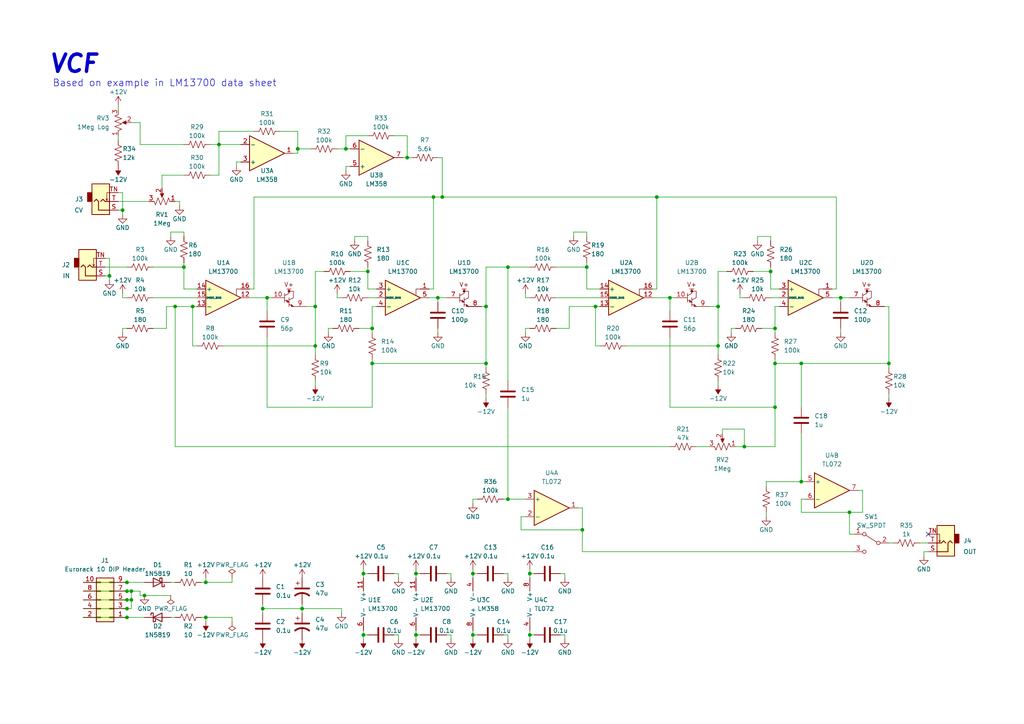
<source format=kicad_sch>
(kicad_sch (version 20211123) (generator eeschema)
  (paper "A4")
  (title_block (title "VCF") (date "2022-10-30") (rev "0.1") (company "Josh Turnipseed"))
  (junction (at 87.63 176.53))
  (junction (at 118.11 45.72))
  (junction (at 107.95 105.41))
  (junction (at 215.9 129.54))
  (junction (at 63.5 41.91))
  (junction (at 36.83 176.53))
  (junction (at 35.56 60.96))
  (junction (at 55.88 88.9))
  (junction (at 31.75 80.01))
  (junction (at 257.81 105.41))
  (junction (at 91.44 88.9))
  (junction (at 36.83 171.45))
  (junction (at 36.83 179.07))
  (junction (at 243.84 86.36))
  (junction (at 77.47 86.36))
  (junction (at 224.79 105.41))
  (junction (at 36.83 173.99))
  (junction (at 140.97 105.41))
  (junction (at 153.67 184.15))
  (junction (at 246.38 148.59))
  (junction (at 137.16 166.37))
  (junction (at 100.33 43.18))
  (junction (at 106.68 78.74))
  (junction (at 59.69 179.07))
  (junction (at 172.72 88.9))
  (junction (at 232.41 139.7))
  (junction (at 120.65 184.15))
  (junction (at 223.52 78.74))
  (junction (at 120.65 166.37))
  (junction (at 208.28 88.9))
  (junction (at 38.1 171.45))
  (junction (at 224.79 118.11))
  (junction (at 86.36 43.18))
  (junction (at 36.83 168.91))
  (junction (at 194.31 86.36))
  (junction (at 127 86.36))
  (junction (at 76.2 176.53))
  (junction (at 59.69 168.91))
  (junction (at 91.44 100.33))
  (junction (at 147.32 77.47))
  (junction (at 153.67 166.37))
  (junction (at 105.41 184.15))
  (junction (at 105.41 166.37))
  (junction (at 125.73 57.15))
  (junction (at 232.41 105.41))
  (junction (at 190.5 57.15))
  (junction (at 140.97 88.9))
  (junction (at 38.1 173.99))
  (junction (at 170.18 77.47))
  (junction (at 208.28 100.33))
  (junction (at 53.34 77.47))
  (junction (at 147.32 144.78))
  (junction (at 224.79 95.25))
  (junction (at 137.16 184.15))
  (junction (at 107.95 95.25))
  (junction (at 50.8 88.9))
  (junction (at 168.91 153.67))
  (junction (at 41.91 172.72))
  (junction (at 128.27 57.15))
  (no_connect (at 269.24 154.94))
  (wire (pts (xy 147.32 184.15) (xy 147.32 185.42)))
  (wire (pts (xy 95.25 95.25) (xy 95.25 96.52)))
  (wire (pts (xy 63.5 38.1) (xy 63.5 41.91)))
  (wire (pts (xy 87.63 175.26) (xy 87.63 176.53)))
  (wire (pts (xy 190.5 57.15) (xy 242.57 57.15)))
  (wire (pts (xy 40.64 35.56) (xy 40.64 41.91)))
  (wire (pts (xy 153.67 95.25) (xy 152.4 95.25)))
  (wire (pts (xy 232.41 125.73) (xy 232.41 139.7)))
  (wire (pts (xy 233.68 144.78) (xy 232.41 144.78)))
  (wire (pts (xy 76.2 176.53) (xy 76.2 177.8)))
  (wire (pts (xy 137.16 184.15) (xy 137.16 185.42)))
  (wire (pts (xy 30.48 74.93) (xy 31.75 74.93)))
  (wire (pts (xy 102.87 68.58) (xy 102.87 69.85)))
  (wire (pts (xy 63.5 41.91) (xy 69.85 41.91)))
  (wire (pts (xy 209.55 125.73) (xy 209.55 124.46)))
  (wire (pts (xy 213.36 129.54) (xy 215.9 129.54)))
  (wire (pts (xy 115.57 166.37) (xy 115.57 167.64)))
  (wire (pts (xy 67.31 167.64) (xy 67.31 168.91)))
  (wire (pts (xy 120.65 182.88) (xy 120.65 184.15)))
  (wire (pts (xy 38.1 171.45) (xy 40.64 171.45)))
  (wire (pts (xy 105.41 166.37) (xy 106.68 166.37)))
  (wire (pts (xy 170.18 77.47) (xy 161.29 77.47)))
  (wire (pts (xy 34.29 39.37) (xy 34.29 40.64)))
  (wire (pts (xy 250.19 148.59) (xy 250.19 142.24)))
  (wire (pts (xy 101.6 48.26) (xy 100.33 48.26)))
  (wire (pts (xy 91.44 110.49) (xy 91.44 111.76)))
  (wire (pts (xy 153.67 184.15) (xy 153.67 185.42)))
  (wire (pts (xy 243.84 86.36) (xy 243.84 87.63)))
  (wire (pts (xy 99.06 176.53) (xy 87.63 176.53)))
  (wire (pts (xy 165.1 95.25) (xy 161.29 95.25)))
  (wire (pts (xy 224.79 95.25) (xy 220.98 95.25)))
  (wire (pts (xy 120.65 184.15) (xy 120.65 185.42)))
  (wire (pts (xy 241.3 86.36) (xy 243.84 86.36)))
  (wire (pts (xy 232.41 148.59) (xy 246.38 148.59)))
  (wire (pts (xy 120.65 165.1) (xy 120.65 166.37)))
  (wire (pts (xy 266.7 157.48) (xy 269.24 157.48)))
  (wire (pts (xy 59.69 168.91) (xy 67.31 168.91)))
  (wire (pts (xy 153.67 165.1) (xy 153.67 166.37)))
  (wire (pts (xy 190.5 83.82) (xy 190.5 57.15)))
  (wire (pts (xy 116.84 45.72) (xy 118.11 45.72)))
  (wire (pts (xy 214.63 86.36) (xy 215.9 86.36)))
  (wire (pts (xy 232.41 105.41) (xy 257.81 105.41)))
  (wire (pts (xy 64.77 100.33) (xy 91.44 100.33)))
  (wire (pts (xy 86.36 43.18) (xy 86.36 38.1)))
  (wire (pts (xy 52.07 58.42) (xy 52.07 59.69)))
  (wire (pts (xy 140.97 114.3) (xy 140.97 115.57)))
  (wire (pts (xy 223.52 83.82) (xy 226.06 83.82)))
  (wire (pts (xy 36.83 86.36) (xy 35.56 86.36)))
  (wire (pts (xy 91.44 88.9) (xy 91.44 100.33)))
  (wire (pts (xy 77.47 86.36) (xy 78.74 86.36)))
  (wire (pts (xy 224.79 118.11) (xy 224.79 105.41)))
  (wire (pts (xy 48.26 95.25) (xy 44.45 95.25)))
  (wire (pts (xy 140.97 77.47) (xy 147.32 77.47)))
  (wire (pts (xy 257.81 105.41) (xy 257.81 106.68)))
  (wire (pts (xy 153.67 166.37) (xy 154.94 166.37)))
  (wire (pts (xy 105.41 184.15) (xy 105.41 185.42)))
  (wire (pts (xy 35.56 95.25) (xy 35.56 96.52)))
  (wire (pts (xy 194.31 97.79) (xy 194.31 118.11)))
  (wire (pts (xy 34.29 30.48) (xy 34.29 31.75)))
  (wire (pts (xy 127 86.36) (xy 127 87.63)))
  (wire (pts (xy 209.55 124.46) (xy 215.9 124.46)))
  (wire (pts (xy 127 95.25) (xy 127 96.52)))
  (wire (pts (xy 57.15 100.33) (xy 55.88 100.33)))
  (wire (pts (xy 152.4 95.25) (xy 152.4 96.52)))
  (wire (pts (xy 153.67 86.36) (xy 152.4 86.36)))
  (wire (pts (xy 173.99 83.82) (xy 170.18 83.82)))
  (wire (pts (xy 170.18 83.82) (xy 170.18 77.47)))
  (wire (pts (xy 257.81 157.48) (xy 259.08 157.48)))
  (wire (pts (xy 41.91 172.72) (xy 49.53 172.72)))
  (wire (pts (xy 107.95 88.9) (xy 107.95 95.25)))
  (wire (pts (xy 91.44 100.33) (xy 91.44 102.87)))
  (wire (pts (xy 137.16 166.37) (xy 137.16 167.64)))
  (wire (pts (xy 30.48 80.01) (xy 31.75 80.01)))
  (wire (pts (xy 128.27 57.15) (xy 190.5 57.15)))
  (wire (pts (xy 30.48 77.47) (xy 36.83 77.47)))
  (wire (pts (xy 223.52 78.74) (xy 223.52 83.82)))
  (wire (pts (xy 172.72 88.9) (xy 172.72 100.33)))
  (wire (pts (xy 60.96 41.91) (xy 63.5 41.91)))
  (wire (pts (xy 152.4 86.36) (xy 152.4 85.09)))
  (wire (pts (xy 161.29 86.36) (xy 173.99 86.36)))
  (wire (pts (xy 38.1 35.56) (xy 40.64 35.56)))
  (wire (pts (xy 247.65 160.02) (xy 168.91 160.02)))
  (wire (pts (xy 224.79 95.25) (xy 224.79 96.52)))
  (wire (pts (xy 153.67 184.15) (xy 154.94 184.15)))
  (wire (pts (xy 146.05 184.15) (xy 147.32 184.15)))
  (wire (pts (xy 120.65 184.15) (xy 121.92 184.15)))
  (wire (pts (xy 170.18 76.2) (xy 170.18 77.47)))
  (wire (pts (xy 49.53 67.31) (xy 49.53 68.58)))
  (wire (pts (xy 35.56 60.96) (xy 35.56 62.23)))
  (wire (pts (xy 86.36 43.18) (xy 90.17 43.18)))
  (wire (pts (xy 189.23 83.82) (xy 190.5 83.82)))
  (wire (pts (xy 137.16 144.78) (xy 138.43 144.78)))
  (wire (pts (xy 87.63 176.53) (xy 87.63 177.8)))
  (wire (pts (xy 151.13 153.67) (xy 168.91 153.67)))
  (wire (pts (xy 24.13 176.53) (xy 36.83 176.53)))
  (wire (pts (xy 120.65 166.37) (xy 120.65 167.64)))
  (wire (pts (xy 151.13 149.86) (xy 151.13 153.67)))
  (wire (pts (xy 137.16 165.1) (xy 137.16 166.37)))
  (wire (pts (xy 248.92 142.24) (xy 250.19 142.24)))
  (wire (pts (xy 219.71 68.58) (xy 219.71 69.85)))
  (wire (pts (xy 125.73 83.82) (xy 125.73 57.15)))
  (wire (pts (xy 140.97 105.41) (xy 107.95 105.41)))
  (wire (pts (xy 48.26 88.9) (xy 50.8 88.9)))
  (wire (pts (xy 36.83 179.07) (xy 41.91 179.07)))
  (wire (pts (xy 31.75 80.01) (xy 31.75 81.28)))
  (wire (pts (xy 73.66 83.82) (xy 73.66 57.15)))
  (wire (pts (xy 63.5 50.8) (xy 63.5 41.91)))
  (wire (pts (xy 97.79 86.36) (xy 99.06 86.36)))
  (wire (pts (xy 101.6 78.74) (xy 106.68 78.74)))
  (wire (pts (xy 57.15 88.9) (xy 55.88 88.9)))
  (wire (pts (xy 76.2 175.26) (xy 76.2 176.53)))
  (wire (pts (xy 208.28 110.49) (xy 208.28 111.76)))
  (wire (pts (xy 208.28 88.9) (xy 208.28 100.33)))
  (wire (pts (xy 163.83 166.37) (xy 163.83 167.64)))
  (wire (pts (xy 170.18 68.58) (xy 170.18 67.31)))
  (wire (pts (xy 140.97 105.41) (xy 140.97 106.68)))
  (wire (pts (xy 44.45 86.36) (xy 57.15 86.36)))
  (wire (pts (xy 97.79 43.18) (xy 100.33 43.18)))
  (wire (pts (xy 38.1 176.53) (xy 38.1 173.99)))
  (wire (pts (xy 224.79 118.11) (xy 224.79 129.54)))
  (wire (pts (xy 107.95 118.11) (xy 107.95 105.41)))
  (wire (pts (xy 53.34 76.2) (xy 53.34 77.47)))
  (wire (pts (xy 53.34 83.82) (xy 53.34 77.47)))
  (wire (pts (xy 129.54 184.15) (xy 130.81 184.15)))
  (wire (pts (xy 72.39 86.36) (xy 77.47 86.36)))
  (wire (pts (xy 115.57 184.15) (xy 115.57 185.42)))
  (wire (pts (xy 166.37 67.31) (xy 166.37 68.58)))
  (wire (pts (xy 105.41 184.15) (xy 106.68 184.15)))
  (wire (pts (xy 163.83 184.15) (xy 163.83 185.42)))
  (wire (pts (xy 215.9 124.46) (xy 215.9 129.54)))
  (wire (pts (xy 223.52 86.36) (xy 226.06 86.36)))
  (wire (pts (xy 140.97 88.9) (xy 140.97 105.41)))
  (wire (pts (xy 58.42 168.91) (xy 59.69 168.91)))
  (wire (pts (xy 114.3 184.15) (xy 115.57 184.15)))
  (wire (pts (xy 68.58 46.99) (xy 68.58 48.26)))
  (wire (pts (xy 224.79 88.9) (xy 224.79 95.25)))
  (wire (pts (xy 67.31 179.07) (xy 67.31 180.34)))
  (wire (pts (xy 269.24 160.02) (xy 267.97 160.02)))
  (wire (pts (xy 124.46 83.82) (xy 125.73 83.82)))
  (wire (pts (xy 31.75 74.93) (xy 31.75 80.01)))
  (wire (pts (xy 147.32 118.11) (xy 147.32 144.78)))
  (wire (pts (xy 73.66 57.15) (xy 125.73 57.15)))
  (wire (pts (xy 85.09 44.45) (xy 86.36 44.45)))
  (wire (pts (xy 137.16 182.88) (xy 137.16 184.15)))
  (wire (pts (xy 105.41 182.88) (xy 105.41 184.15)))
  (wire (pts (xy 40.64 41.91) (xy 53.34 41.91)))
  (wire (pts (xy 233.68 139.7) (xy 232.41 139.7)))
  (wire (pts (xy 147.32 144.78) (xy 152.4 144.78)))
  (wire (pts (xy 100.33 43.18) (xy 101.6 43.18)))
  (wire (pts (xy 153.67 166.37) (xy 153.67 167.64)))
  (wire (pts (xy 59.69 179.07) (xy 59.69 180.34)))
  (wire (pts (xy 50.8 129.54) (xy 50.8 88.9)))
  (wire (pts (xy 147.32 166.37) (xy 147.32 167.64)))
  (wire (pts (xy 222.25 148.59) (xy 222.25 149.86)))
  (wire (pts (xy 218.44 78.74) (xy 223.52 78.74)))
  (wire (pts (xy 194.31 86.36) (xy 195.58 86.36)))
  (wire (pts (xy 40.64 172.72) (xy 41.91 172.72)))
  (wire (pts (xy 53.34 67.31) (xy 49.53 67.31)))
  (wire (pts (xy 246.38 148.59) (xy 250.19 148.59)))
  (wire (pts (xy 168.91 147.32) (xy 167.64 147.32)))
  (wire (pts (xy 46.99 50.8) (xy 46.99 54.61)))
  (wire (pts (xy 69.85 46.99) (xy 68.58 46.99)))
  (wire (pts (xy 130.81 184.15) (xy 130.81 185.42)))
  (wire (pts (xy 224.79 105.41) (xy 232.41 105.41)))
  (wire (pts (xy 232.41 144.78) (xy 232.41 148.59)))
  (wire (pts (xy 102.87 68.58) (xy 106.68 68.58)))
  (wire (pts (xy 257.81 88.9) (xy 257.81 105.41)))
  (wire (pts (xy 107.95 95.25) (xy 107.95 96.52)))
  (wire (pts (xy 109.22 88.9) (xy 107.95 88.9)))
  (wire (pts (xy 168.91 160.02) (xy 168.91 153.67)))
  (wire (pts (xy 222.25 139.7) (xy 232.41 139.7)))
  (wire (pts (xy 241.3 83.82) (xy 242.57 83.82)))
  (wire (pts (xy 40.64 171.45) (xy 40.64 172.72)))
  (wire (pts (xy 76.2 176.53) (xy 87.63 176.53)))
  (wire (pts (xy 213.36 95.25) (xy 212.09 95.25)))
  (wire (pts (xy 137.16 184.15) (xy 138.43 184.15)))
  (wire (pts (xy 127 45.72) (xy 128.27 45.72)))
  (wire (pts (xy 170.18 67.31) (xy 166.37 67.31)))
  (wire (pts (xy 36.83 95.25) (xy 35.56 95.25)))
  (wire (pts (xy 50.8 58.42) (xy 52.07 58.42)))
  (wire (pts (xy 55.88 88.9) (xy 55.88 100.33)))
  (wire (pts (xy 100.33 48.26) (xy 100.33 49.53)))
  (wire (pts (xy 139.7 88.9) (xy 140.97 88.9)))
  (wire (pts (xy 36.83 173.99) (xy 38.1 173.99)))
  (wire (pts (xy 243.84 86.36) (xy 246.38 86.36)))
  (wire (pts (xy 118.11 39.37) (xy 114.3 39.37)))
  (wire (pts (xy 49.53 168.91) (xy 50.8 168.91)))
  (wire (pts (xy 125.73 57.15) (xy 128.27 57.15)))
  (wire (pts (xy 189.23 86.36) (xy 194.31 86.36)))
  (wire (pts (xy 59.69 167.64) (xy 59.69 168.91)))
  (wire (pts (xy 106.68 77.47) (xy 106.68 78.74)))
  (wire (pts (xy 24.13 173.99) (xy 36.83 173.99)))
  (wire (pts (xy 194.31 129.54) (xy 50.8 129.54)))
  (wire (pts (xy 146.05 166.37) (xy 147.32 166.37)))
  (wire (pts (xy 127 86.36) (xy 129.54 86.36)))
  (wire (pts (xy 77.47 118.11) (xy 107.95 118.11)))
  (wire (pts (xy 223.52 77.47) (xy 223.52 78.74)))
  (wire (pts (xy 140.97 77.47) (xy 140.97 88.9)))
  (wire (pts (xy 77.47 86.36) (xy 77.47 90.17)))
  (wire (pts (xy 107.95 95.25) (xy 104.14 95.25)))
  (wire (pts (xy 173.99 88.9) (xy 172.72 88.9)))
  (wire (pts (xy 106.68 86.36) (xy 109.22 86.36)))
  (wire (pts (xy 246.38 148.59) (xy 246.38 154.94)))
  (wire (pts (xy 222.25 140.97) (xy 222.25 139.7)))
  (wire (pts (xy 215.9 129.54) (xy 224.79 129.54)))
  (wire (pts (xy 24.13 171.45) (xy 36.83 171.45)))
  (wire (pts (xy 194.31 118.11) (xy 224.79 118.11)))
  (wire (pts (xy 219.71 68.58) (xy 223.52 68.58)))
  (wire (pts (xy 105.41 166.37) (xy 105.41 167.64)))
  (wire (pts (xy 53.34 77.47) (xy 44.45 77.47)))
  (wire (pts (xy 86.36 44.45) (xy 86.36 43.18)))
  (wire (pts (xy 48.26 88.9) (xy 48.26 95.25)))
  (wire (pts (xy 232.41 105.41) (xy 232.41 118.11)))
  (wire (pts (xy 210.82 78.74) (xy 208.28 78.74)))
  (wire (pts (xy 49.53 179.07) (xy 50.8 179.07)))
  (wire (pts (xy 201.93 129.54) (xy 205.74 129.54)))
  (wire (pts (xy 24.13 179.07) (xy 36.83 179.07)))
  (wire (pts (xy 172.72 88.9) (xy 165.1 88.9)))
  (wire (pts (xy 46.99 50.8) (xy 53.34 50.8)))
  (wire (pts (xy 168.91 153.67) (xy 168.91 147.32)))
  (wire (pts (xy 97.79 85.09) (xy 97.79 86.36)))
  (wire (pts (xy 105.41 165.1) (xy 105.41 166.37)))
  (wire (pts (xy 212.09 95.25) (xy 212.09 96.52)))
  (wire (pts (xy 120.65 166.37) (xy 121.92 166.37)))
  (wire (pts (xy 214.63 85.09) (xy 214.63 86.36)))
  (wire (pts (xy 57.15 83.82) (xy 53.34 83.82)))
  (wire (pts (xy 162.56 184.15) (xy 163.83 184.15)))
  (wire (pts (xy 226.06 88.9) (xy 224.79 88.9)))
  (wire (pts (xy 153.67 182.88) (xy 153.67 184.15)))
  (wire (pts (xy 129.54 166.37) (xy 130.81 166.37)))
  (wire (pts (xy 257.81 114.3) (xy 257.81 115.57)))
  (wire (pts (xy 91.44 78.74) (xy 91.44 88.9)))
  (wire (pts (xy 118.11 45.72) (xy 118.11 39.37)))
  (wire (pts (xy 60.96 50.8) (xy 63.5 50.8)))
  (wire (pts (xy 34.29 55.88) (xy 35.56 55.88)))
  (wire (pts (xy 223.52 69.85) (xy 223.52 68.58)))
  (wire (pts (xy 106.68 39.37) (xy 100.33 39.37)))
  (wire (pts (xy 24.13 168.91) (xy 36.83 168.91)))
  (wire (pts (xy 267.97 160.02) (xy 267.97 161.29)))
  (wire (pts (xy 146.05 144.78) (xy 147.32 144.78)))
  (wire (pts (xy 130.81 166.37) (xy 130.81 167.64)))
  (wire (pts (xy 107.95 105.41) (xy 107.95 104.14)))
  (wire (pts (xy 162.56 166.37) (xy 163.83 166.37)))
  (wire (pts (xy 34.29 60.96) (xy 35.56 60.96)))
  (wire (pts (xy 173.99 100.33) (xy 172.72 100.33)))
  (wire (pts (xy 50.8 88.9) (xy 55.88 88.9)))
  (wire (pts (xy 77.47 97.79) (xy 77.47 118.11)))
  (wire (pts (xy 35.56 55.88) (xy 35.56 60.96)))
  (wire (pts (xy 152.4 149.86) (xy 151.13 149.86)))
  (wire (pts (xy 147.32 77.47) (xy 153.67 77.47)))
  (wire (pts (xy 86.36 38.1) (xy 81.28 38.1)))
  (wire (pts (xy 137.16 166.37) (xy 138.43 166.37)))
  (wire (pts (xy 242.57 83.82) (xy 242.57 57.15)))
  (wire (pts (xy 34.29 58.42) (xy 43.18 58.42)))
  (wire (pts (xy 36.83 171.45) (xy 38.1 171.45)))
  (wire (pts (xy 106.68 78.74) (xy 106.68 83.82)))
  (wire (pts (xy 224.79 105.41) (xy 224.79 104.14)))
  (wire (pts (xy 58.42 179.07) (xy 59.69 179.07)))
  (wire (pts (xy 181.61 100.33) (xy 208.28 100.33)))
  (wire (pts (xy 91.44 88.9) (xy 88.9 88.9)))
  (wire (pts (xy 36.83 168.91) (xy 41.91 168.91)))
  (wire (pts (xy 114.3 166.37) (xy 115.57 166.37)))
  (wire (pts (xy 106.68 69.85) (xy 106.68 68.58)))
  (wire (pts (xy 106.68 83.82) (xy 109.22 83.82)))
  (wire (pts (xy 38.1 173.99) (xy 38.1 171.45)))
  (wire (pts (xy 99.06 177.8) (xy 99.06 176.53)))
  (wire (pts (xy 118.11 45.72) (xy 119.38 45.72)))
  (wire (pts (xy 59.69 179.07) (xy 67.31 179.07)))
  (wire (pts (xy 137.16 146.05) (xy 137.16 144.78)))
  (wire (pts (xy 256.54 88.9) (xy 257.81 88.9)))
  (wire (pts (xy 208.28 100.33) (xy 208.28 102.87)))
  (wire (pts (xy 208.28 88.9) (xy 205.74 88.9)))
  (wire (pts (xy 35.56 86.36) (xy 35.56 85.09)))
  (wire (pts (xy 243.84 95.25) (xy 243.84 96.52)))
  (wire (pts (xy 165.1 88.9) (xy 165.1 95.25)))
  (wire (pts (xy 73.66 38.1) (xy 63.5 38.1)))
  (wire (pts (xy 194.31 86.36) (xy 194.31 90.17)))
  (wire (pts (xy 208.28 78.74) (xy 208.28 88.9)))
  (wire (pts (xy 124.46 86.36) (xy 127 86.36)))
  (wire (pts (xy 247.65 154.94) (xy 246.38 154.94)))
  (wire (pts (xy 53.34 68.58) (xy 53.34 67.31)))
  (wire (pts (xy 72.39 83.82) (xy 73.66 83.82)))
  (wire (pts (xy 36.83 176.53) (xy 38.1 176.53)))
  (wire (pts (xy 100.33 39.37) (xy 100.33 43.18)))
  (wire (pts (xy 96.52 95.25) (xy 95.25 95.25)))
  (wire (pts (xy 128.27 45.72) (xy 128.27 57.15)))
  (wire (pts (xy 147.32 77.47) (xy 147.32 110.49)))
  (wire (pts (xy 93.98 78.74) (xy 91.44 78.74)))
  (text "VCF" (at 13.97 21.59 0) (effects (font (size 5 5) (thickness 1) bold italic) (justify left bottom)))
  (text "Based on example in LM13700 data sheet\n" (at 15.24 25.4 0) (effects (font (size 2 2)) (justify left bottom)))
  (symbol (lib_id "Diode:1N5819") (at 45.72 168.91 180) (unit 1)
    (property "Reference" "D1" (at 45.72 163.83 0))
    (property "Value" "1N5819" (at 45.72 166.37 0))
    (property "Footprint" "Diode_THT:D_DO-41_SOD81_P3.81mm_Vertical_KathodeUp" (effects hide))
    (property "Datasheet" "http://www.vishay.com/docs/88525/1n5817.pdf" (effects hide))
  )
  (symbol (lib_id "Amplifier_Operational:LM13700") (at 254 86.36 0) (unit 4)
    (property "Reference" "U2" (at 251.46 76.2 0))
    (property "Value" "LM13700" (at 251.46 78.74 0))
    (property "Footprint" "Package_DIP:DIP-16_W7.62mm" (effects hide))
    (property "Datasheet" "http://www.ti.com/lit/ds/symlink/lm13700.pdf" (effects hide))
  )
  (symbol (lib_id "Device:R_US") (at 223.52 73.66 180) (unit 1)
    (property "Reference" "R26" (at 226.06 72.3899 0) (effects (justify right)))
    (property "Value" "180" (at 226.06 74.9299 0) (effects (justify right)))
    (property "Footprint" "Resistor_THT:R_Axial_DIN0204_L3.6mm_D1.6mm_P2.54mm_Vertical" (effects hide))
  )
  (symbol (lib_id "power:GND") (at 212.09 96.52 0) (unit 1)
    (property "Reference" "#PWR032" (effects hide))
    (property "Value" "GND" (at 212.09 100.33 0))
  )
  (symbol (lib_id "Device:R_Potentiometer_US") (at 46.99 58.42 270) (mirror x) (unit 1)
    (property "Reference" "RV1" (at 46.99 62.23 90))
    (property "Value" "1Meg" (at 46.99 64.77 90))
    (property "Footprint" "Custom_Footprints:Alpha_9mm_Potentiometer_Aligned" (effects hide))
  )
  (symbol (lib_id "Device:R_US") (at 91.44 106.68 180) (unit 1)
    (property "Reference" "R9" (at 92.71 105.41 0) (effects (justify right)))
    (property "Value" "10k" (at 92.71 107.95 0) (effects (justify right)))
    (property "Footprint" "Resistor_THT:R_Axial_DIN0204_L3.6mm_D1.6mm_P2.54mm_Vertical" (effects hide))
  )
  (symbol (lib_id "Device:R_US") (at 257.81 110.49 180) (unit 1)
    (property "Reference" "R28" (at 259.08 109.22 0) (effects (justify right)))
    (property "Value" "10k" (at 259.08 111.76 0) (effects (justify right)))
    (property "Footprint" "Resistor_THT:R_Axial_DIN0204_L3.6mm_D1.6mm_P2.54mm_Vertical" (effects hide))
  )
  (symbol (lib_id "power:-12V") (at 208.28 111.76 180) (unit 1)
    (property "Reference" "#PWR031" (effects hide))
    (property "Value" "-12V" (at 208.28 115.57 0))
  )
  (symbol (lib_id "power:GND") (at 115.57 167.64 0) (unit 1)
    (property "Reference" "#PWR011" (effects hide))
    (property "Value" "GND" (at 115.57 171.45 0))
  )
  (symbol (lib_id "power:+12V") (at 97.79 85.09 0) (unit 1)
    (property "Reference" "#PWR024" (effects hide))
    (property "Value" "+12V" (at 97.79 81.28 0))
  )
  (symbol (lib_id "Device:R_US") (at 157.48 95.25 90) (unit 1)
    (property "Reference" "R18" (at 157.48 90.17 90))
    (property "Value" "180" (at 157.48 92.71 90))
    (property "Footprint" "Resistor_THT:R_Axial_DIN0204_L3.6mm_D1.6mm_P2.54mm_Vertical" (effects hide))
  )
  (symbol (lib_id "power:GND") (at 100.33 49.53 0) (unit 1)
    (property "Reference" "#PWR042" (effects hide))
    (property "Value" "GND" (at 100.33 53.34 0))
  )
  (symbol (lib_id "Device:C") (at 194.31 93.98 180) (unit 1)
    (property "Reference" "C11" (at 198.12 92.7099 0) (effects (justify right)))
    (property "Value" "56p" (at 198.12 95.2499 0) (effects (justify right)))
    (property "Footprint" "Capacitor_THT:C_Disc_D4.7mm_W2.5mm_P5.00mm" (effects hide))
  )
  (symbol (lib_id "power:GND") (at 147.32 167.64 0) (unit 1)
    (property "Reference" "#PWR045" (effects hide))
    (property "Value" "GND" (at 147.32 171.45 0))
  )
  (symbol (lib_id "Device:R_US") (at 107.95 100.33 180) (unit 1)
    (property "Reference" "R14" (at 110.49 99.0599 0) (effects (justify right)))
    (property "Value" "100k" (at 110.49 101.5999 0) (effects (justify right)))
    (property "Footprint" "Resistor_THT:R_Axial_DIN0204_L3.6mm_D1.6mm_P2.54mm_Vertical" (effects hide))
  )
  (symbol (lib_id "Amplifier_Operational:LM13700") (at 116.84 86.36 0) (mirror x) (unit 3)
    (property "Reference" "U1" (at 116.84 76.2 0))
    (property "Value" "LM13700" (at 116.84 78.74 0))
    (property "Footprint" "Package_DIP:DIP-16_W7.62mm" (effects hide))
    (property "Datasheet" "http://www.ti.com/lit/ds/symlink/lm13700.pdf" (effects hide))
  )
  (symbol (lib_id "Amplifier_Operational:LM13700") (at 233.68 86.36 0) (mirror x) (unit 3)
    (property "Reference" "U2" (at 233.68 76.2 0))
    (property "Value" "LM13700" (at 233.68 78.74 0))
    (property "Footprint" "Package_DIP:DIP-16_W7.62mm" (effects hide))
    (property "Datasheet" "http://www.ti.com/lit/ds/symlink/lm13700.pdf" (effects hide))
  )
  (symbol (lib_id "Device:R_US") (at 217.17 95.25 90) (unit 1)
    (property "Reference" "R24" (at 217.17 90.17 90))
    (property "Value" "180" (at 217.17 92.71 90))
    (property "Footprint" "Resistor_THT:R_Axial_DIN0204_L3.6mm_D1.6mm_P2.54mm_Vertical" (effects hide))
  )
  (symbol (lib_id "Device:R_Potentiometer_US") (at 34.29 35.56 0) (mirror x) (unit 1)
    (property "Reference" "RV3" (at 31.75 34.2899 0) (effects (justify right)))
    (property "Value" "1Meg Log" (at 31.75 36.8299 0) (effects (justify right)))
    (property "Footprint" "Custom_Footprints:Alpha_9mm_Potentiometer_Aligned" (effects hide))
  )
  (symbol (lib_id "power:+12V") (at 59.69 167.64 0) (unit 1)
    (property "Reference" "#PWR02" (effects hide))
    (property "Value" "+12V" (at 59.69 163.83 0))
  )
  (symbol (lib_id "Device:C") (at 77.47 93.98 180) (unit 1)
    (property "Reference" "C9" (at 81.28 92.7099 0) (effects (justify right)))
    (property "Value" "56p" (at 81.28 95.2499 0) (effects (justify right)))
    (property "Footprint" "Capacitor_THT:C_Disc_D4.7mm_W2.5mm_P5.00mm" (effects hide))
  )
  (symbol (lib_id "Device:C") (at 243.84 91.44 180) (unit 1)
    (property "Reference" "C12" (at 247.65 90.1699 0) (effects (justify right)))
    (property "Value" "100p" (at 247.65 92.7099 0) (effects (justify right)))
    (property "Footprint" "Capacitor_THT:C_Disc_D4.7mm_W2.5mm_P5.00mm" (effects hide))
  )
  (symbol (lib_id "power:GND") (at 35.56 62.23 0) (unit 1)
    (property "Reference" "#PWR018" (effects hide))
    (property "Value" "GND" (at 35.56 66.04 0))
  )
  (symbol (lib_id "power:GND") (at 52.07 59.69 0) (unit 1)
    (property "Reference" "#PWR040" (effects hide))
    (property "Value" "GND" (at 52.07 63.5 0))
  )
  (symbol (lib_id "power:GND") (at 31.75 81.28 0) (unit 1)
    (property "Reference" "#PWR017" (effects hide))
    (property "Value" "GND" (at 31.75 85.09 0))
  )
  (symbol (lib_id "Switch:SW_SPDT") (at 252.73 157.48 0) (mirror y) (unit 1)
    (property "Reference" "SW1" (at 252.73 149.86 0))
    (property "Value" "SW_SPDT" (at 252.73 152.4 0))
    (property "Footprint" "Eurocad:SPDT toggle on-off-on" (effects hide))
  )
  (symbol (lib_id "Device:R_US") (at 100.33 95.25 90) (unit 1)
    (property "Reference" "R11" (at 100.33 90.17 90))
    (property "Value" "180" (at 100.33 92.71 90))
    (property "Footprint" "Resistor_THT:R_Axial_DIN0204_L3.6mm_D1.6mm_P2.54mm_Vertical" (effects hide))
  )
  (symbol (lib_id "Connector_Generic:Conn_02x05_Odd_Even") (at 31.75 173.99 180) (unit 1)
    (property "Reference" "J1" (at 30.48 162.56 0))
    (property "Value" "Eurorack 10 DIP Header" (at 30.48 165.1 0))
    (property "Footprint" "Custom_Footprints:Eurorack_10_pin_header" (effects hide))
  )
  (symbol (lib_id "power:PWR_FLAG") (at 49.53 172.72 180) (unit 1)
    (property "Reference" "#FLG01" (effects hide))
    (property "Value" "PWR_FLAG" (at 49.53 176.53 0))
  )
  (symbol (lib_id "power:GND") (at 41.91 172.72 0) (unit 1)
    (property "Reference" "#PWR01" (effects hide))
    (property "Value" "GND" (at 41.91 176.53 0))
  )
  (symbol (lib_id "power:+12V") (at 87.63 167.64 0) (unit 1)
    (property "Reference" "#PWR06" (effects hide))
    (property "Value" "+12V" (at 87.63 163.83 0))
  )
  (symbol (lib_id "Amplifier_Operational:LM358") (at 139.7 175.26 0) (mirror x) (unit 3)
    (property "Reference" "U3" (at 142.24 173.99 0) (effects (justify right)))
    (property "Value" "LM358" (at 144.78 176.53 0) (effects (justify right)))
    (property "Footprint" "Package_DIP:DIP-8_W7.62mm" (effects hide))
    (property "Datasheet" "http://www.ti.com/lit/ds/symlink/lm2904-n.pdf" (effects hide))
  )
  (symbol (lib_id "power:GND") (at 49.53 68.58 0) (unit 1)
    (property "Reference" "#PWR021" (effects hide))
    (property "Value" "GND" (at 49.53 72.39 0))
  )
  (symbol (lib_id "power:GND") (at 35.56 96.52 0) (unit 1)
    (property "Reference" "#PWR020" (effects hide))
    (property "Value" "GND" (at 35.56 100.33 0))
  )
  (symbol (lib_id "Device:R_US") (at 140.97 110.49 180) (unit 1)
    (property "Reference" "R15" (at 137.16 109.22 0) (effects (justify right)))
    (property "Value" "10k" (at 134.62 111.76 0) (effects (justify right)))
    (property "Footprint" "Resistor_THT:R_Axial_DIN0204_L3.6mm_D1.6mm_P2.54mm_Vertical" (effects hide))
  )
  (symbol (lib_id "Device:R_US") (at 102.87 86.36 90) (unit 1)
    (property "Reference" "R12" (at 102.87 81.28 90))
    (property "Value" "10k" (at 102.87 83.82 90))
    (property "Footprint" "Resistor_THT:R_Axial_DIN0204_L3.6mm_D1.6mm_P2.54mm_Vertical" (effects hide))
  )
  (symbol (lib_id "Device:C_Polarized_US") (at 87.63 181.61 0) (unit 1)
    (property "Reference" "C4" (at 91.44 179.7049 0) (effects (justify left)))
    (property "Value" "47u" (at 91.44 182.2449 0) (effects (justify left)))
    (property "Footprint" "Capacitor_THT:CP_Radial_D4.0mm_P2.00mm" (effects hide))
  )
  (symbol (lib_id "power:GND") (at 115.57 185.42 0) (unit 1)
    (property "Reference" "#PWR012" (effects hide))
    (property "Value" "GND" (at 115.57 189.23 0))
  )
  (symbol (lib_id "Device:R_US") (at 40.64 95.25 90) (unit 1)
    (property "Reference" "R5" (at 40.64 90.17 90))
    (property "Value" "180" (at 40.64 92.71 90))
    (property "Footprint" "Resistor_THT:R_Axial_DIN0204_L3.6mm_D1.6mm_P2.54mm_Vertical" (effects hide))
  )
  (symbol (lib_id "power:GND") (at 137.16 146.05 0) (unit 1)
    (property "Reference" "#PWR047" (effects hide))
    (property "Value" "GND" (at 137.16 149.86 0))
  )
  (symbol (lib_id "power:-12V") (at 91.44 111.76 180) (unit 1)
    (property "Reference" "#PWR022" (effects hide))
    (property "Value" "-12V" (at 91.44 115.57 0))
  )
  (symbol (lib_id "Diode:1N5819") (at 45.72 179.07 0) (unit 1)
    (property "Reference" "D2" (at 45.72 181.61 0))
    (property "Value" "1N5819" (at 45.72 184.15 0))
    (property "Footprint" "Diode_THT:D_DO-41_SOD81_P3.81mm_Vertical_KathodeUp" (effects hide))
    (property "Datasheet" "http://www.vishay.com/docs/88525/1n5817.pdf" (effects hide))
  )
  (symbol (lib_id "power:GND") (at 163.83 185.42 0) (unit 1)
    (property "Reference" "#PWR051" (effects hide))
    (property "Value" "GND" (at 163.83 189.23 0))
  )
  (symbol (lib_id "Device:R_US") (at 106.68 73.66 180) (unit 1)
    (property "Reference" "R13" (at 109.22 72.3899 0) (effects (justify right)))
    (property "Value" "180" (at 109.22 74.9299 0) (effects (justify right)))
    (property "Footprint" "Resistor_THT:R_Axial_DIN0204_L3.6mm_D1.6mm_P2.54mm_Vertical" (effects hide))
  )
  (symbol (lib_id "Device:R_US") (at 57.15 50.8 90) (unit 1)
    (property "Reference" "R30" (at 57.15 45.72 90))
    (property "Value" "100k" (at 57.15 48.26 90))
    (property "Footprint" "Resistor_THT:R_Axial_DIN0204_L3.6mm_D1.6mm_P2.54mm_Vertical" (effects hide))
  )
  (symbol (lib_id "Connector:AudioJack2_SwitchT") (at 29.21 58.42 0) (mirror x) (unit 1)
    (property "Reference" "J3" (at 24.13 57.7849 0) (effects (justify right)))
    (property "Value" "CV" (at 24.13 60.96 0) (effects (justify right)))
    (property "Footprint" "Connector_Audio:Jack_3.5mm_QingPu_WQP-PJ398SM_Vertical_CircularHoles" (effects hide))
  )
  (symbol (lib_id "power:PWR_FLAG") (at 67.31 180.34 180) (unit 1)
    (property "Reference" "#FLG03" (effects hide))
    (property "Value" "PWR_FLAG" (at 67.31 184.15 0))
  )
  (symbol (lib_id "Amplifier_Operational:TL072") (at 160.02 147.32 0) (unit 1)
    (property "Reference" "U4" (at 160.02 137.16 0))
    (property "Value" "TL072" (at 160.02 139.7 0))
    (property "Footprint" "Package_DIP:DIP-8_W7.62mm" (effects hide))
    (property "Datasheet" "http://www.ti.com/lit/ds/symlink/tl071.pdf" (effects hide))
  )
  (symbol (lib_id "Device:C") (at 127 91.44 180) (unit 1)
    (property "Reference" "C10" (at 130.81 90.1699 0) (effects (justify right)))
    (property "Value" "100p" (at 130.81 92.7099 0) (effects (justify right)))
    (property "Footprint" "Capacitor_THT:C_Disc_D4.7mm_W2.5mm_P5.00mm" (effects hide))
  )
  (symbol (lib_id "power:GND") (at 166.37 68.58 0) (unit 1)
    (property "Reference" "#PWR030" (effects hide))
    (property "Value" "GND" (at 166.37 72.39 0))
  )
  (symbol (lib_id "power:GND") (at 95.25 96.52 0) (unit 1)
    (property "Reference" "#PWR023" (effects hide))
    (property "Value" "GND" (at 95.25 100.33 0))
  )
  (symbol (lib_id "power:GND") (at 127 96.52 0) (unit 1)
    (property "Reference" "#PWR026" (effects hide))
    (property "Value" "GND" (at 127 100.33 0))
  )
  (symbol (lib_id "Device:R_US") (at 214.63 78.74 90) (unit 1)
    (property "Reference" "R23" (at 214.63 73.66 90))
    (property "Value" "100k" (at 214.63 76.2 90))
    (property "Footprint" "Resistor_THT:R_Axial_DIN0204_L3.6mm_D1.6mm_P2.54mm_Vertical" (effects hide))
  )
  (symbol (lib_id "power:GND") (at 163.83 167.64 0) (unit 1)
    (property "Reference" "#PWR050" (effects hide))
    (property "Value" "GND" (at 163.83 171.45 0))
  )
  (symbol (lib_id "Amplifier_Operational:LM358") (at 77.47 44.45 0) (mirror x) (unit 1)
    (property "Reference" "U3" (at 77.47 49.53 0))
    (property "Value" "LM358" (at 77.47 52.07 0))
    (property "Footprint" "Package_DIP:DIP-8_W7.62mm" (effects hide))
    (property "Datasheet" "http://www.ti.com/lit/ds/symlink/lm2904-n.pdf" (effects hide))
  )
  (symbol (lib_id "Device:R_US") (at 177.8 100.33 90) (unit 1)
    (property "Reference" "R20" (at 177.8 95.25 90))
    (property "Value" "100k" (at 177.8 97.79 90))
    (property "Footprint" "Resistor_THT:R_Axial_DIN0204_L3.6mm_D1.6mm_P2.54mm_Vertical" (effects hide))
  )
  (symbol (lib_id "Device:R_US") (at 110.49 39.37 90) (unit 1)
    (property "Reference" "R33" (at 110.49 34.29 90))
    (property "Value" "100k" (at 110.49 36.83 90))
    (property "Footprint" "Resistor_THT:R_Axial_DIN0204_L3.6mm_D1.6mm_P2.54mm_Vertical" (effects hide))
  )
  (symbol (lib_id "power:+12V") (at 76.2 167.64 0) (unit 1)
    (property "Reference" "#PWR04" (effects hide))
    (property "Value" "+12V" (at 76.2 163.83 0))
  )
  (symbol (lib_id "power:-12V") (at 34.29 48.26 180) (unit 1)
    (property "Reference" "#PWR039" (effects hide))
    (property "Value" "-12V" (at 34.29 52.07 0))
  )
  (symbol (lib_id "power:+12V") (at 34.29 30.48 0) (unit 1)
    (property "Reference" "#PWR038" (effects hide))
    (property "Value" "+12V" (at 34.29 26.67 0))
  )
  (symbol (lib_id "Device:C") (at 110.49 166.37 270) (unit 1)
    (property "Reference" "C5" (at 110.49 158.75 90))
    (property "Value" "0.1u" (at 110.49 161.29 90))
    (property "Footprint" "Capacitor_THT:C_Disc_D4.7mm_W2.5mm_P5.00mm" (effects hide))
  )
  (symbol (lib_id "power:-12V") (at 59.69 180.34 180) (unit 1)
    (property "Reference" "#PWR03" (effects hide))
    (property "Value" "-12V" (at 59.69 184.15 0))
  )
  (symbol (lib_id "power:+12V") (at 105.41 165.1 0) (unit 1)
    (property "Reference" "#PWR09" (effects hide))
    (property "Value" "+12V" (at 105.41 161.29 0))
  )
  (symbol (lib_id "power:+12V") (at 214.63 85.09 0) (unit 1)
    (property "Reference" "#PWR033" (effects hide))
    (property "Value" "+12V" (at 214.63 81.28 0))
  )
  (symbol (lib_id "Device:C_Polarized_US") (at 87.63 171.45 0) (unit 1)
    (property "Reference" "C3" (at 91.44 169.5449 0) (effects (justify left)))
    (property "Value" "47u" (at 91.44 172.0849 0) (effects (justify left)))
    (property "Footprint" "Capacitor_THT:CP_Radial_D4.0mm_P2.00mm" (effects hide))
  )
  (symbol (lib_id "power:-12V") (at 76.2 185.42 180) (unit 1)
    (property "Reference" "#PWR05" (effects hide))
    (property "Value" "-12V" (at 76.2 189.23 0))
  )
  (symbol (lib_id "Amplifier_Operational:LM13700") (at 181.61 86.36 0) (mirror x) (unit 1)
    (property "Reference" "U2" (at 181.61 76.2 0))
    (property "Value" "LM13700" (at 181.61 78.74 0))
    (property "Footprint" "Package_DIP:DIP-16_W7.62mm" (effects hide))
    (property "Datasheet" "http://www.ti.com/lit/ds/symlink/lm13700.pdf" (effects hide))
  )
  (symbol (lib_id "power:-12V") (at 105.41 185.42 180) (unit 1)
    (property "Reference" "#PWR010" (effects hide))
    (property "Value" "-12V" (at 105.41 189.23 0))
  )
  (symbol (lib_id "Device:R_US") (at 77.47 38.1 90) (unit 1)
    (property "Reference" "R31" (at 77.47 33.02 90))
    (property "Value" "100k" (at 77.47 35.56 90))
    (property "Footprint" "Resistor_THT:R_Axial_DIN0204_L3.6mm_D1.6mm_P2.54mm_Vertical" (effects hide))
  )
  (symbol (lib_id "power:-12V") (at 120.65 185.42 180) (unit 1)
    (property "Reference" "#PWR014" (effects hide))
    (property "Value" "-12V" (at 120.65 189.23 0))
  )
  (symbol (lib_id "power:-12V") (at 87.63 185.42 180) (unit 1)
    (property "Reference" "#PWR07" (effects hide))
    (property "Value" "-12V" (at 87.63 189.23 0))
  )
  (symbol (lib_id "Device:C") (at 110.49 184.15 270) (unit 1)
    (property "Reference" "C6" (at 114.3 180.34 90))
    (property "Value" "0.1u" (at 114.3 182.88 90))
    (property "Footprint" "Capacitor_THT:C_Disc_D4.7mm_W2.5mm_P5.00mm" (effects hide))
  )
  (symbol (lib_id "Device:C") (at 76.2 181.61 180) (unit 1)
    (property "Reference" "C2" (at 80.01 180.3399 0) (effects (justify right)))
    (property "Value" "0.1u" (at 80.01 182.8799 0) (effects (justify right)))
    (property "Footprint" "Capacitor_THT:C_Disc_D4.7mm_W2.5mm_P5.00mm" (effects hide))
  )
  (symbol (lib_id "Connector:AudioJack2_SwitchT") (at 25.4 77.47 0) (mirror x) (unit 1)
    (property "Reference" "J2" (at 20.32 76.8349 0) (effects (justify right)))
    (property "Value" "IN" (at 20.32 80.01 0) (effects (justify right)))
    (property "Footprint" "Connector_Audio:Jack_3.5mm_QingPu_WQP-PJ398SM_Vertical_CircularHoles" (effects hide))
  )
  (symbol (lib_id "power:+12V") (at 35.56 85.09 0) (unit 1)
    (property "Reference" "#PWR019" (effects hide))
    (property "Value" "+12V" (at 35.56 81.28 0))
  )
  (symbol (lib_id "Amplifier_Operational:LM13700") (at 203.2 86.36 0) (unit 2)
    (property "Reference" "U2" (at 200.66 76.2 0))
    (property "Value" "LM13700" (at 200.66 78.74 0))
    (property "Footprint" "Package_DIP:DIP-16_W7.62mm" (effects hide))
    (property "Datasheet" "http://www.ti.com/lit/ds/symlink/lm13700.pdf" (effects hide))
  )
  (symbol (lib_id "Device:R_US") (at 53.34 72.39 180) (unit 1)
    (property "Reference" "R6" (at 54.61 71.12 0) (effects (justify right)))
    (property "Value" "180" (at 54.61 73.66 0) (effects (justify right)))
    (property "Footprint" "Resistor_THT:R_Axial_DIN0204_L3.6mm_D1.6mm_P2.54mm_Vertical" (effects hide))
  )
  (symbol (lib_id "Device:R_US") (at 142.24 144.78 90) (unit 1)
    (property "Reference" "R36" (at 142.24 139.7 90))
    (property "Value" "100k" (at 142.24 142.24 90))
    (property "Footprint" "Resistor_THT:R_Axial_DIN0204_L3.6mm_D1.6mm_P2.54mm_Vertical" (effects hide))
  )
  (symbol (lib_id "Device:R_US") (at 60.96 100.33 90) (unit 1)
    (property "Reference" "R8" (at 60.96 95.25 90))
    (property "Value" "100k" (at 60.96 97.79 90))
    (property "Footprint" "Resistor_THT:R_Axial_DIN0204_L3.6mm_D1.6mm_P2.54mm_Vertical" (effects hide))
  )
  (symbol (lib_id "power:GND") (at 130.81 167.64 0) (unit 1)
    (property "Reference" "#PWR015" (effects hide))
    (property "Value" "GND" (at 130.81 171.45 0))
  )
  (symbol (lib_id "Device:R_US") (at 54.61 179.07 270) (unit 1)
    (property "Reference" "R2" (at 54.61 181.61 90))
    (property "Value" "10" (at 54.61 184.15 90))
    (property "Footprint" "Resistor_THT:R_Axial_DIN0204_L3.6mm_D1.6mm_P2.54mm_Vertical" (effects hide))
  )
  (symbol (lib_id "Amplifier_Operational:LM13700") (at 137.16 86.36 0) (unit 4)
    (property "Reference" "U1" (at 134.62 76.2 0))
    (property "Value" "LM13700" (at 134.62 78.74 0))
    (property "Footprint" "Package_DIP:DIP-16_W7.62mm" (effects hide))
    (property "Datasheet" "http://www.ti.com/lit/ds/symlink/lm13700.pdf" (effects hide))
  )
  (symbol (lib_id "power:+12V") (at 120.65 165.1 0) (unit 1)
    (property "Reference" "#PWR013" (effects hide))
    (property "Value" "+12V" (at 120.65 161.29 0))
  )
  (symbol (lib_id "Device:R_US") (at 40.64 77.47 90) (unit 1)
    (property "Reference" "R3" (at 40.64 72.39 90))
    (property "Value" "100k" (at 40.64 74.93 90))
    (property "Footprint" "Resistor_THT:R_Axial_DIN0204_L3.6mm_D1.6mm_P2.54mm_Vertical" (effects hide))
  )
  (symbol (lib_id "Amplifier_Operational:LM13700") (at 107.95 175.26 0) (unit 5)
    (property "Reference" "U1" (at 106.68 173.9899 0) (effects (justify left)))
    (property "Value" "LM13700" (at 106.68 176.5299 0) (effects (justify left)))
    (property "Footprint" "Package_DIP:DIP-16_W7.62mm" (effects hide))
    (property "Datasheet" "http://www.ti.com/lit/ds/symlink/lm13700.pdf" (effects hide))
  )
  (symbol (lib_id "power:+12V") (at 137.16 165.1 0) (unit 1)
    (property "Reference" "#PWR043" (effects hide))
    (property "Value" "+12V" (at 137.16 161.29 0))
  )
  (symbol (lib_id "Device:R_US") (at 40.64 86.36 90) (unit 1)
    (property "Reference" "R4" (at 40.64 81.28 90))
    (property "Value" "10k" (at 40.64 83.82 90))
    (property "Footprint" "Resistor_THT:R_Axial_DIN0204_L3.6mm_D1.6mm_P2.54mm_Vertical" (effects hide))
  )
  (symbol (lib_id "power:-12V") (at 137.16 185.42 180) (unit 1)
    (property "Reference" "#PWR044" (effects hide))
    (property "Value" "-12V" (at 137.16 189.23 0))
  )
  (symbol (lib_id "Device:R_US") (at 222.25 144.78 180) (unit 1)
    (property "Reference" "R37" (at 224.79 143.5099 0) (effects (justify right)))
    (property "Value" "100k" (at 224.79 146.0499 0) (effects (justify right)))
    (property "Footprint" "Resistor_THT:R_Axial_DIN0204_L3.6mm_D1.6mm_P2.54mm_Vertical" (effects hide))
  )
  (symbol (lib_id "Device:R_US") (at 34.29 44.45 180) (unit 1)
    (property "Reference" "R34" (at 35.56 43.18 0) (effects (justify right)))
    (property "Value" "12k" (at 35.56 45.72 0) (effects (justify right)))
    (property "Footprint" "Resistor_THT:R_Axial_DIN0204_L3.6mm_D1.6mm_P2.54mm_Vertical" (effects hide))
  )
  (symbol (lib_id "Device:R_US") (at 123.19 45.72 90) (unit 1)
    (property "Reference" "R7" (at 123.19 40.64 90))
    (property "Value" "5.6k" (at 123.19 43.18 90))
    (property "Footprint" "Resistor_THT:R_Axial_DIN0204_L3.6mm_D1.6mm_P2.54mm_Vertical" (effects hide))
  )
  (symbol (lib_id "Connector:AudioJack2_SwitchT") (at 274.32 157.48 180) (unit 1)
    (property "Reference" "J4" (at 279.4 156.8449 0) (effects (justify right)))
    (property "Value" "OUT" (at 279.4 160.02 0) (effects (justify right)))
    (property "Footprint" "Connector_Audio:Jack_3.5mm_QingPu_WQP-PJ398SM_Vertical_CircularHoles" (effects hide))
  )
  (symbol (lib_id "power:GND") (at 68.58 48.26 0) (unit 1)
    (property "Reference" "#PWR041" (effects hide))
    (property "Value" "GND" (at 68.58 52.07 0))
  )
  (symbol (lib_id "Device:R_US") (at 97.79 78.74 90) (unit 1)
    (property "Reference" "R10" (at 97.79 73.66 90))
    (property "Value" "100k" (at 97.79 76.2 90))
    (property "Footprint" "Resistor_THT:R_Axial_DIN0204_L3.6mm_D1.6mm_P2.54mm_Vertical" (effects hide))
  )
  (symbol (lib_id "Device:R_US") (at 54.61 168.91 270) (unit 1)
    (property "Reference" "R1" (at 54.61 163.83 90))
    (property "Value" "10" (at 54.61 166.37 90))
    (property "Footprint" "Resistor_THT:R_Axial_DIN0204_L3.6mm_D1.6mm_P2.54mm_Vertical" (effects hide))
  )
  (symbol (lib_id "Device:C") (at 232.41 121.92 180) (unit 1)
    (property "Reference" "C18" (at 236.22 120.6499 0) (effects (justify right)))
    (property "Value" "1u" (at 236.22 123.1899 0) (effects (justify right)))
    (property "Footprint" "Capacitor_THT:C_Disc_D4.7mm_W2.5mm_P5.00mm" (effects hide))
  )
  (symbol (lib_id "Amplifier_Operational:LM13700") (at 86.36 86.36 0) (unit 2)
    (property "Reference" "U1" (at 83.82 76.2 0))
    (property "Value" "LM13700" (at 83.82 78.74 0))
    (property "Footprint" "Package_DIP:DIP-16_W7.62mm" (effects hide))
    (property "Datasheet" "http://www.ti.com/lit/ds/symlink/lm13700.pdf" (effects hide))
  )
  (symbol (lib_id "power:GND") (at 152.4 96.52 0) (unit 1)
    (property "Reference" "#PWR029" (effects hide))
    (property "Value" "GND" (at 152.4 100.33 0))
  )
  (symbol (lib_id "Device:R_US") (at 198.12 129.54 90) (unit 1)
    (property "Reference" "R21" (at 198.12 124.46 90))
    (property "Value" "47k" (at 198.12 127 90))
    (property "Footprint" "Resistor_THT:R_Axial_DIN0204_L3.6mm_D1.6mm_P2.54mm_Vertical" (effects hide))
  )
  (symbol (lib_id "power:+12V") (at 153.67 165.1 0) (unit 1)
    (property "Reference" "#PWR048" (effects hide))
    (property "Value" "+12V" (at 153.67 161.29 0))
  )
  (symbol (lib_id "power:-12V") (at 153.67 185.42 180) (unit 1)
    (property "Reference" "#PWR049" (effects hide))
    (property "Value" "-12V" (at 153.67 189.23 0))
  )
  (symbol (lib_id "Device:C") (at 158.75 166.37 270) (unit 1)
    (property "Reference" "C16" (at 158.75 158.75 90))
    (property "Value" "0.1u" (at 158.75 161.29 90))
    (property "Footprint" "Capacitor_THT:C_Disc_D4.7mm_W2.5mm_P5.00mm" (effects hide))
  )
  (symbol (lib_id "Amplifier_Operational:LM358") (at 109.22 45.72 0) (mirror x) (unit 2)
    (property "Reference" "U3" (at 109.22 50.8 0))
    (property "Value" "LM358" (at 109.22 53.34 0))
    (property "Footprint" "Package_DIP:DIP-8_W7.62mm" (effects hide))
    (property "Datasheet" "http://www.ti.com/lit/ds/symlink/lm2904-n.pdf" (effects hide))
  )
  (symbol (lib_id "power:-12V") (at 257.81 115.57 180) (unit 1)
    (property "Reference" "#PWR036" (effects hide))
    (property "Value" "-12V" (at 257.81 119.38 0))
  )
  (symbol (lib_id "Device:C") (at 142.24 184.15 270) (unit 1)
    (property "Reference" "C14" (at 146.05 180.34 90))
    (property "Value" "0.1u" (at 146.05 182.88 90))
    (property "Footprint" "Capacitor_THT:C_Disc_D4.7mm_W2.5mm_P5.00mm" (effects hide))
  )
  (symbol (lib_id "power:GND") (at 219.71 69.85 0) (unit 1)
    (property "Reference" "#PWR034" (effects hide))
    (property "Value" "GND" (at 219.71 73.66 0))
  )
  (symbol (lib_id "Device:R_US") (at 219.71 86.36 90) (unit 1)
    (property "Reference" "R25" (at 219.71 81.28 90))
    (property "Value" "10k" (at 219.71 83.82 90))
    (property "Footprint" "Resistor_THT:R_Axial_DIN0204_L3.6mm_D1.6mm_P2.54mm_Vertical" (effects hide))
  )
  (symbol (lib_id "Device:R_US") (at 170.18 72.39 180) (unit 1)
    (property "Reference" "R19" (at 171.45 71.12 0) (effects (justify right)))
    (property "Value" "180" (at 171.45 73.66 0) (effects (justify right)))
    (property "Footprint" "Resistor_THT:R_Axial_DIN0204_L3.6mm_D1.6mm_P2.54mm_Vertical" (effects hide))
  )
  (symbol (lib_id "Device:C") (at 76.2 171.45 180) (unit 1)
    (property "Reference" "C1" (at 80.01 170.1799 0) (effects (justify right)))
    (property "Value" "0.1u" (at 80.01 172.7199 0) (effects (justify right)))
    (property "Footprint" "Capacitor_THT:C_Disc_D4.7mm_W2.5mm_P5.00mm" (effects hide))
  )
  (symbol (lib_id "power:GND") (at 222.25 149.86 0) (unit 1)
    (property "Reference" "#PWR052" (effects hide))
    (property "Value" "GND" (at 222.25 153.67 0))
  )
  (symbol (lib_id "Device:R_Potentiometer_US") (at 209.55 129.54 270) (mirror x) (unit 1)
    (property "Reference" "RV2" (at 209.55 133.35 90))
    (property "Value" "1Meg" (at 209.55 135.89 90))
    (property "Footprint" "Custom_Footprints:Alpha_9mm_Potentiometer_Aligned" (effects hide))
  )
  (symbol (lib_id "power:+12V") (at 152.4 85.09 0) (unit 1)
    (property "Reference" "#PWR028" (effects hide))
    (property "Value" "+12V" (at 152.4 81.28 0))
  )
  (symbol (lib_id "Device:C") (at 125.73 166.37 270) (unit 1)
    (property "Reference" "C7" (at 125.73 158.75 90))
    (property "Value" "0.1u" (at 125.73 161.29 90))
    (property "Footprint" "Capacitor_THT:C_Disc_D4.7mm_W2.5mm_P5.00mm" (effects hide))
  )
  (symbol (lib_id "power:-12V") (at 140.97 115.57 180) (unit 1)
    (property "Reference" "#PWR027" (effects hide))
    (property "Value" "-12V" (at 140.97 119.38 0))
  )
  (symbol (lib_id "Device:C") (at 142.24 166.37 270) (unit 1)
    (property "Reference" "C13" (at 142.24 158.75 90))
    (property "Value" "0.1u" (at 142.24 161.29 90))
    (property "Footprint" "Capacitor_THT:C_Disc_D4.7mm_W2.5mm_P5.00mm" (effects hide))
  )
  (symbol (lib_id "Amplifier_Operational:TL072") (at 241.3 142.24 0) (unit 2)
    (property "Reference" "U4" (at 241.3 132.08 0))
    (property "Value" "TL072" (at 241.3 134.62 0))
    (property "Footprint" "Package_DIP:DIP-8_W7.62mm" (effects hide))
    (property "Datasheet" "http://www.ti.com/lit/ds/symlink/tl071.pdf" (effects hide))
  )
  (symbol (lib_id "Amplifier_Operational:LM13700") (at 123.19 175.26 0) (unit 5)
    (property "Reference" "U2" (at 121.92 173.9899 0) (effects (justify left)))
    (property "Value" "LM13700" (at 121.92 176.5299 0) (effects (justify left)))
    (property "Footprint" "Package_DIP:DIP-16_W7.62mm" (effects hide))
    (property "Datasheet" "http://www.ti.com/lit/ds/symlink/lm13700.pdf" (effects hide))
  )
  (symbol (lib_id "Device:R_US") (at 208.28 106.68 180) (unit 1)
    (property "Reference" "R22" (at 209.55 105.41 0) (effects (justify right)))
    (property "Value" "10k" (at 209.55 107.95 0) (effects (justify right)))
    (property "Footprint" "Resistor_THT:R_Axial_DIN0204_L3.6mm_D1.6mm_P2.54mm_Vertical" (effects hide))
  )
  (symbol (lib_id "power:GND") (at 130.81 185.42 0) (unit 1)
    (property "Reference" "#PWR016" (effects hide))
    (property "Value" "GND" (at 130.81 189.23 0))
  )
  (symbol (lib_id "Device:R_US") (at 157.48 77.47 90) (unit 1)
    (property "Reference" "R16" (at 157.48 72.39 90))
    (property "Value" "100k" (at 157.48 74.93 90))
    (property "Footprint" "Resistor_THT:R_Axial_DIN0204_L3.6mm_D1.6mm_P2.54mm_Vertical" (effects hide))
  )
  (symbol (lib_id "Device:R_US") (at 262.89 157.48 90) (unit 1)
    (property "Reference" "R35" (at 262.89 152.4 90))
    (property "Value" "1k" (at 262.89 154.94 90))
    (property "Footprint" "Resistor_THT:R_Axial_DIN0204_L3.6mm_D1.6mm_P2.54mm_Vertical" (effects hide))
  )
  (symbol (lib_id "Device:R_US") (at 57.15 41.91 90) (unit 1)
    (property "Reference" "R29" (at 57.15 36.83 90))
    (property "Value" "100k" (at 57.15 39.37 90))
    (property "Footprint" "Resistor_THT:R_Axial_DIN0204_L3.6mm_D1.6mm_P2.54mm_Vertical" (effects hide))
  )
  (symbol (lib_id "power:GND") (at 99.06 177.8 0) (unit 1)
    (property "Reference" "#PWR08" (effects hide))
    (property "Value" "GND" (at 99.06 181.61 0))
  )
  (symbol (lib_id "Amplifier_Operational:LM13700") (at 64.77 86.36 0) (mirror x) (unit 1)
    (property "Reference" "U1" (at 64.77 76.2 0))
    (property "Value" "LM13700" (at 64.77 78.74 0))
    (property "Footprint" "Package_DIP:DIP-16_W7.62mm" (effects hide))
    (property "Datasheet" "http://www.ti.com/lit/ds/symlink/lm13700.pdf" (effects hide))
  )
  (symbol (lib_id "Device:R_US") (at 224.79 100.33 180) (unit 1)
    (property "Reference" "R27" (at 227.33 99.0599 0) (effects (justify right)))
    (property "Value" "100k" (at 227.33 101.5999 0) (effects (justify right)))
    (property "Footprint" "Resistor_THT:R_Axial_DIN0204_L3.6mm_D1.6mm_P2.54mm_Vertical" (effects hide))
  )
  (symbol (lib_id "Device:C") (at 147.32 114.3 180) (unit 1)
    (property "Reference" "C15" (at 151.13 113.0299 0) (effects (justify right)))
    (property "Value" "1u" (at 151.13 115.5699 0) (effects (justify right)))
    (property "Footprint" "Capacitor_THT:C_Disc_D4.7mm_W2.5mm_P5.00mm" (effects hide))
  )
  (symbol (lib_id "Device:C") (at 158.75 184.15 270) (unit 1)
    (property "Reference" "C17" (at 162.56 180.34 90))
    (property "Value" "0.1u" (at 162.56 182.88 90))
    (property "Footprint" "Capacitor_THT:C_Disc_D4.7mm_W2.5mm_P5.00mm" (effects hide))
  )
  (symbol (lib_id "Device:R_US") (at 157.48 86.36 90) (unit 1)
    (property "Reference" "R17" (at 157.48 81.28 90))
    (property "Value" "10k" (at 157.48 83.82 90))
    (property "Footprint" "Resistor_THT:R_Axial_DIN0204_L3.6mm_D1.6mm_P2.54mm_Vertical" (effects hide))
  )
  (symbol (lib_id "power:GND") (at 102.87 69.85 0) (unit 1)
    (property "Reference" "#PWR025" (effects hide))
    (property "Value" "GND" (at 102.87 73.66 0))
  )
  (symbol (lib_id "power:GND") (at 267.97 161.29 0) (unit 1)
    (property "Reference" "#PWR037" (effects hide))
    (property "Value" "GND" (at 267.97 165.1 0))
  )
  (symbol (lib_id "power:GND") (at 243.84 96.52 0) (unit 1)
    (property "Reference" "#PWR035" (effects hide))
    (property "Value" "GND" (at 243.84 100.33 0))
  )
  (symbol (lib_id "power:PWR_FLAG") (at 67.31 167.64 0) (unit 1)
    (property "Reference" "#FLG02" (effects hide))
    (property "Value" "PWR_FLAG" (at 67.31 163.83 0))
  )
  (symbol (lib_id "Device:R_US") (at 93.98 43.18 90) (unit 1)
    (property "Reference" "R32" (at 93.98 38.1 90))
    (property "Value" "100k" (at 93.98 40.64 90))
    (property "Footprint" "Resistor_THT:R_Axial_DIN0204_L3.6mm_D1.6mm_P2.54mm_Vertical" (effects hide))
  )
  (symbol (lib_id "Device:C") (at 125.73 184.15 270) (unit 1)
    (property "Reference" "C8" (at 129.54 180.34 90))
    (property "Value" "0.1u" (at 129.54 182.88 90))
    (property "Footprint" "Capacitor_THT:C_Disc_D4.7mm_W2.5mm_P5.00mm" (effects hide))
  )
  (symbol (lib_id "Amplifier_Operational:TL072") (at 156.21 175.26 0) (unit 3)
    (property "Reference" "U4" (at 154.94 173.9899 0) (effects (justify left)))
    (property "Value" "TL072" (at 154.94 176.5299 0) (effects (justify left)))
    (property "Footprint" "Package_DIP:DIP-8_W7.62mm" (effects hide))
    (property "Datasheet" "http://www.ti.com/lit/ds/symlink/tl071.pdf" (effects hide))
  )
  (symbol (lib_id "power:GND") (at 147.32 185.42 0) (unit 1)
    (property "Reference" "#PWR046" (effects hide))
    (property "Value" "GND" (at 147.32 189.23 0))
  )
)
</source>
